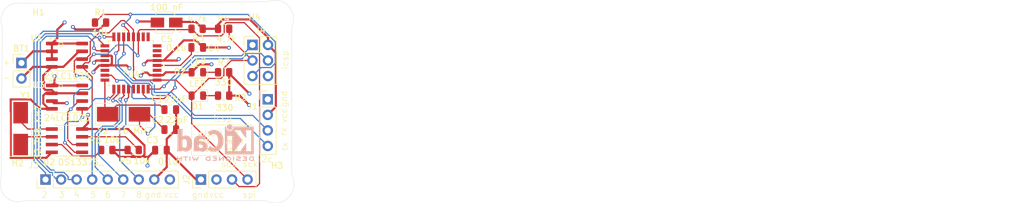
<source format=kicad_pcb>
(kicad_pcb (version 20241229) (generator "pcbnew") (generator_version "9.0")
  (title_block (title "${project_name}") (date "2025-06-19") (rev "1") (comment 1 "4 layer pcb version"))
  (layers (0 "F.Cu" signal) (4 "In1.Cu" signal) (6 "In2.Cu" signal) (2 "B.Cu" signal) (13 "F.Paste" user) (15 "B.Paste" user) (5 "F.SilkS" user "F.Silkscreen") (7 "B.SilkS" user "B.Silkscreen") (1 "F.Mask" user) (3 "B.Mask" user) (25 "Edge.Cuts" user))
  (property "project_name" "MCU DATALOGGER WITH MEMORY AND CLK")
  (net 0 "")
  (net 1 "GND")
  (net 2 "Net-(U4-PB7(PCINT7{slash}XTAL2{slash}TOSC2))")
  (net 3 "Net-(U4-PB6(PCINT6{slash}XTAL1{slash}TOSC1))")
  (net 4 "/vcc")
  (net 5 "Net-(U4-AREF)")
  (net 6 "/SCK")
  (net 7 "Net-(D1-K)")
  (net 8 "Net-(D2-K)")
  (net 9 "/TX")
  (net 10 "/RX")
  (net 11 "/SDA")
  (net 12 "/D2")
  (net 13 "/D6")
  (net 14 "/D8")
  (net 15 "/D3")
  (net 16 "/D7")
  (net 17 "/D5")
  (net 18 "/D4")
  (net 19 "/RESET")
  (net 20 "/MISO")
  (net 21 "/MOSI")
  (net 22 "Net-(U2-SQW{slash}~INT)")
  (net 23 "Net-(U2-~{INTA})")
  (net 24 "Net-(U2-X2)")
  (net 25 "Net-(U2-X1)")
  (footprint "footprints:TQFP32_32A_MCH" (layer "F.Cu") (at 94.6005 97.1805)
    (property "Reference" "U4")
    (property "Value" "ATMEGA328P-AU")
  )
  (footprint "Capacitor_SMD:C_0805_2012Metric" (layer "F.Cu") (at 105.424 94.6405)
    (property "Reference" "C4")
    (property "Value" "0.1u")
  )
  (footprint "Resistor_SMD:R_0805_2012Metric" (layer "F.Cu") (at 109.737 102.5145)
    (property "Reference" "R2")
    (property "Value" "330")
  )
  (footprint "Resistor_SMD:R_0805_2012Metric" (layer "F.Cu") (at 94.958 111.4045)
    (property "Reference" "R5")
    (property "Value" "10k")
  )
  (footprint "Connector_PinHeader_2.54mm:PinHeader_1x04_P2.54mm_Vertical" (layer "F.Cu") (at 116.9525 103.1245)
    (property "Reference" "J1")
    (property "Value" "Conn_01x04_Pin")
  )
  (footprint "Capacitor_SMD:C_0805_2012Metric" (layer "F.Cu") (at 99.4925 111.4345)
    (property "Reference" "C3")
    (property "Value" "0.1uF")
  )
  (footprint "Capacitor_SMD:C_0805_2012Metric" (layer "F.Cu") (at 101.0165 104.8005 180)
    (property "Reference" "C1")
    (property "Value" "22pF")
  )
  (footprint "MountingHole:MountingHole_2.1mm" (layer "F.Cu") (at 76.0585 116.7385)
    (property "Reference" "H2")
    (property "Value" "MountingHole" (hide yes))
  )
  (footprint "MountingHole:MountingHole_2.1mm" (layer "F.Cu") (at 76.0585 90.0685)
    (property "Reference" "H1")
    (property "Value" "MountingHole" (hide yes))
  )
  (footprint "Crystal:Crystal_SMD_5032-2Pin_5.0x3.2mm_HandSoldering" (layer "F.Cu") (at 76.5665 107.9085 90)
    (property "Reference" "Y1")
    (property "Value" "32.768 KHZ")
  )
  (footprint "Connector_PinHeader_2.54mm:PinHeader_1x02_P2.54mm_Vertical" (layer "F.Cu") (at 76.6965 97.1805)
    (property "Reference" "BT1")
    (property "Value" "Battery_Cell" (hide yes))
  )
  (footprint "Resistor_SMD:R_0805_2012Metric" (layer "F.Cu") (at 90.64 111.4045 180)
    (property "Reference" "R6")
    (property "Value" "10k")
  )
  (footprint "ds1337s:SOIC127P600X175-8N" (layer "F.Cu") (at 84.1335 109.8805)
    (property "Reference" "U2")
    (property "Value" "DS1337S_")
  )
  (footprint "LED_SMD:LED_0805_2012Metric" (layer "F.Cu") (at 105.444 102.5145 180)
    (property "Reference" "D1")
    (property "Value" "LED")
  )
  (footprint "Capacitor_SMD:C_0805_2012Metric" (layer "F.Cu") (at 101.0165 108.0645 180)
    (property "Reference" "C2")
    (property "Value" "22pF")
  )
  (footprint "Resistor_SMD:R_0805_2012Metric" (layer "F.Cu") (at 89.624 90.5765)
    (property "Reference" "R1")
    (property "Value" "10k")
  )
  (footprint "Resistor_SMD:R_0805_2012Metric" (layer "F.Cu") (at 109.737 91.5925)
    (property "Reference" "R4")
    (property "Value" "4.7k")
  )
  (footprint "Resistor_SMD:R_0805_2012Metric" (layer "F.Cu") (at 105.404 91.5925 180)
    (property "Reference" "R3")
    (property "Value" "4.7k")
  )
  (footprint "Resistor_SMD:R_0805_2012Metric" (layer "F.Cu") (at 109.737 98.7045)
    (property "Reference" "R7")
    (property "Value" "330")
  )
  (footprint "LED_SMD:LED_0805_2012Metric" (layer "F.Cu") (at 105.444 98.7045 180)
    (property "Reference" "D2")
    (property "Value" "LED")
  )
  (footprint "MountingHole:MountingHole_2.1mm" (layer "F.Cu") (at 118.4765 117.1445)
    (property "Reference" "H3")
    (property "Value" "MountingHole")
  )
  (footprint "Connector_PinHeader_2.54mm:PinHeader_1x09_P2.54mm_Vertical" (layer "F.Cu") (at 80.6305 116.2305 90)
    (property "Reference" "J3")
    (property "Value" "Conn_01x09_Pin")
  )
  (footprint "Connector_PinHeader_2.54mm:PinHeader_2x03_P2.54mm_Vertical" (layer "F.Cu") (at 114.45431 94.2345)
    (property "Reference" "J4")
    (property "Value" "Conn_02x03_Odd_Even")
  )
  (footprint "Package_SO:SOIC-8_3.9x4.9mm_P1.27mm" (layer "F.Cu") (at 84.1435 102.7685)
    (property "Reference" "U3")
    (property "Value" "24LC1025")
  )
  (footprint "Connector_PinHeader_2.54mm:PinHeader_1x04_P2.54mm_Vertical" (layer "F.Cu") (at 106.0305 116.2305 90)
    (property "Reference" "J2")
    (property "Value" "Conn_01x04_Pin")
  )
  (footprint "Crystal:Crystal_SMD_5032-2Pin_5.0x3.2mm_HandSoldering" (layer "F.Cu") (at 93.3905 105.5625)
    (property "Reference" "Y2")
    (property "Value" "16 MHZ")
  )
  (footprint "Package_SO:SOIC-8_3.9x4.9mm_P1.27mm" (layer "F.Cu") (at 84.1435 95.9105)
    (property "Reference" "U1")
    (property "Value" "24LC1025")
  )
  (footprint "MountingHole:MountingHole_2.1mm" (layer "F.Cu") (at 118.2225 89.8145)
    (property "Reference" "H4")
    (property "Value" "MountingHole")
  )
  (footprint "Capacitor_SMD:CP_Elec_3x5.3" (layer "F.Cu") (at 100.4185 90.5765 180)
    (property "Reference" "C5")
    (property "Value" "100 nF")
  )
  (footprint "Symbol:KiCad-Logo2_5mm_SilkScreen" (layer "B.Cu") (at 108.3905 110.1845 180)
    (property "Reference" "REF**" (hide yes))
    (property "Value" "KiCad-Logo2_5mm_SilkScreen" (hide yes))
  )
  (gr_circle (center 83.1405 94.1845) (end 82.8905 93.9345) (stroke (width 0.1)) (fill no) (layer "F.SilkS"))
  (gr_circle (center 92.1405 94.4345) (end 92.1405 94.6845) (stroke (width 0.1)) (fill no) (layer "F.SilkS"))
  (gr_circle (center 83.1405 100.9345) (end 83.1405 100.6845) (stroke (width 0.1)) (fill no) (layer "F.SilkS"))
  (gr_circle (center 84.1335 109.6845) (end 84.1335 109.6845) (stroke (width 0.1)) (fill no) (layer "F.SilkS"))
  (gr_circle (center 83.1405 107.9345) (end 83.1405 107.6845) (stroke (width 0.1)) (fill no) (layer "F.SilkS"))
  (gr_arc (start 120.8905 115.4345) (mid 120.351845 119.15316) (end 116.631426 119.679531) (stroke (width 0.05)) (layer "Edge.Cuts"))
  (gr_arc (start 77.1405 119.6845) (mid 74.070013 119.002248) (end 73.391826 115.93086) (stroke (width 0.05)) (layer "Edge.Cuts"))
  (gr_line (start 116.8905 87.1845) (end 76.6405 87.4345) (stroke (width 0.05)) (layer "Edge.Cuts"))
  (gr_line (start 120.8905 115.4345) (end 120.8905 91.1845) (stroke (width 0.05)) (layer "Edge.Cuts"))
  (gr_arc (start 73.559362 91.256987) (mid 73.964348 88.4304) (end 76.6405 87.4345) (stroke (width 0.05)) (layer "Edge.Cuts"))
  (gr_line (start 73.559363 91.256987) (end 73.391826 115.930864) (stroke (width 0.05)) (layer "Edge.Cuts"))
  (gr_line (start 77.1405 119.6845) (end 116.631426 119.679531) (stroke (width 0.05)) (layer "Edge.Cuts"))
  (gr_arc (start 116.8905 87.1845) (mid 120.276501 87.798499) (end 120.8905 91.1845) (stroke (width 0.05)) (layer "Edge.Cuts"))
  (gr_text "icsp" (at 120.3905 98.2845 90) (layer "F.SilkS") (effects (font (size 1 1) (thickness 0.1)) (justify left bottom)))
  (gr_text "tx" (at 120.2905 111.5845 90) (layer "F.SilkS") (effects (font (size 1 1) (thickness 0.1)) (justify left bottom)))
  (gr_text "gnd" (at 120.1905 104.4845 90) (layer "F.SilkS") (effects (font (size 1 1) (thickness 0.1)) (justify left bottom)))
  (gr_text "sda" (at 109.2905 114.2845 0) (layer "F.SilkS") (effects (font (size 1 1) (thickness 0.1)) (justify left bottom)))
  (gr_text "7" (at 92.7905 119.2845 0) (layer "F.SilkS") (effects (font (size 1 1) (thickness 0.1)) (justify left bottom)))
  (gr_text "i2c" (at 115.3905 113.4845 0) (layer "F.SilkS") (effects (font (size 1 1) (thickness 0.1)) (justify left bottom)))
  (gr_text "+" (at 73.5905 97.6845 0) (layer "F.SilkS") (effects (font (size 1 1) (thickness 0.1)) (justify left bottom)))
  (gr_text "2" (at 79.9405 119.2845 0) (layer "F.SilkS") (effects (font (size 1 1) (thickness 0.1)) (justify left bottom)))
  (gr_text "3" (at 82.6905 119.2845 0) (layer "F.SilkS") (effects (font (size 1 1) (thickness 0.1)) (justify left bottom)))
  (gr_text "rx" (at 120.0905 109.1845 90) (layer "F.SilkS") (effects (font (size 1 1) (thickness 0.1)) (justify left bottom)))
  (gr_text "sck" (at 112.7905 114.2845 0) (layer "F.SilkS") (effects (font (size 1 1) (thickness 0.1)) (justify left bottom)))
  (gr_text "spi" (at 112.7905 119.2845 0) (layer "F.SilkS") (effects (font (size 1 1) (thickness 0.1)) (justify left bottom)))
  (gr_text "-" (at 73.5905 100.1845 0) (layer "F.SilkS") (effects (font (size 1 1) (thickness 0.1)) (justify left bottom)))
  (gr_text "6" (at 90.2905 119.2845 0) (layer "F.SilkS") (effects (font (size 1 1) (thickness 0.1)) (justify left bottom)))
  (gr_text "vcc" (at 99.8905 119.2845 0) (layer "F.SilkS") (effects (font (size 1 1) (thickness 0.1)) (justify left bottom)))
  (gr_text "icsp" (at 107.9905 106.8845 0) (layer "F.SilkS") (effects (font (size 1 1) (thickness 0.1)) (justify left bottom)))
  (gr_text "8" (at 95.3905 119.2845 0) (layer "F.SilkS") (effects (font (size 1 1) (thickness 0.1)) (justify left bottom)))
  (gr_text "4" (at 85.1905 119.2845 0) (layer "F.SilkS") (effects (font (size 1 1) (thickness 0.1)) (justify left bottom)))
  (gr_text "vcc" (at 107.2905 119.2845 0) (layer "F.SilkS") (effects (font (size 1 1) (thickness 0.1)) (justify left bottom)))
  (gr_text "gnd" (at 104.4905 119.2845 0) (layer "F.SilkS") (effects (font (size 1 1) (thickness 0.1)) (justify left bottom)))
  (gr_text "5" (at 87.8905 119.2845 0) (layer "F.SilkS") (effects (font (size 1 1) (thickness 0.1)) (justify left bottom)))
  (gr_text "gnd" (at 96.7905 119.2845 0) (layer "F.SilkS") (effects (font (size 1 1) (thickness 0.1)) (justify left bottom)))
  (gr_text "vcc" (at 120.1905 107.0845 90) (layer "F.SilkS") (effects (font (size 1 1) (thickness 0.1)) (justify left bottom)))
  (gr_text_box "miso | vcc\nsck  | mosi\nreset| gnd" (start 104.5155 107.3095) (end 114.2655 112.3095) (margins 1.0025 1.0025 1.0025 1.0025) (layer "F.SilkS") (effects (font (size 0.8 0.8) (thickness 0.125) (bold yes)) (justify left top)) (border yes) (stroke (width 0.1)))
  (segment (start 74.9405 103.1325) (end 74.9405 112.6845) (width 0.35) (layer "F.Cu") (net 1))
  (segment (start 97.319499 96.780501) (end 96.7 97.4) (width 0.35) (layer "F.Cu") (net 1))
  (segment (start 80.2675 103.796244) (end 80.2675 102.4995) (width 0.35) (layer "F.Cu") (net 1))
  (segment (start 80.2675 100.470756) (end 80.3985 100.339756) (width 0.35) (layer "F.Cu") (net 1))
  (segment (start 103.219901 93.4895) (end 105.223 93.4895) (width 0.35) (layer "F.Cu") (net 1))
  (segment (start 83.554756 97.8155) (end 86.094756 95.2755) (width 0.35) (layer "F.Cu") (net 1))
  (segment (start 95.65 90.4) (end 98.742 90.4) (width 0.35) (layer "F.Cu") (net 1))
  (segment (start 80.25 100.191256) (end 80.25 99.234) (width 0.35) (layer "F.Cu") (net 1))
  (segment (start 81.648244 101.5895) (end 80.600756 101.5895) (width 0.35) (layer "F.Cu") (net 1))
  (segment (start 98.742 90.4) (end 98.9185 90.5765) (width 0.35) (layer "F.Cu") (net 1))
  (segment (start 90.3333 95.9805) (end 91.350499 95.9805) (width 0.35) (layer "F.Cu") (net 1))
  (segment (start 85.5025 91.7025) (end 89.4105 91.7025) (width 0.35) (layer "F.Cu") (net 1))
  (segment (start 98.8677 96.780501) (end 99.9289 96.780501) (width 0.35) (layer "F.Cu") (net 1))
  (segment (start 81.6685 97.8155) (end 83.554756 97.8155) (width 0.35) (layer "F.Cu") (net 1))
  (segment (start 102.169499 96.780501) (end 98.8677 96.780501) (width 0.35) (layer "F.Cu") (net 1))
  (segment (start 81.6685 97.8155) (end 78.6015 97.8155) (width 0.35) (layer "F.Cu") (net 1))
  (segment (start 116.99431 103.08269) (end 116.9525 103.1245) (width 0.35) (layer "F.Cu") (net 1))
  (segment (start 86.094756 95.2755) (end 86.6185 95.2755) (width 0.35) (layer "F.Cu") (net 1))
  (segment (start 80.600756 101.5895) (end 80.2675 101.256244) (width 0.35) (layer "F.Cu") (net 1))
  (segment (start 91.169501 97.580499) (end 90.3333 97.580499) (width 0.35) (layer "F.Cu") (net 1))
  (segment (start 78.1925 103.1325) (end 74.9405 103.1325) (width 0.35) (layer "F.Cu") (net 1))
  (segment (start 91.350499 95.9805) (end 91.4705 96.100501) (width 0.35) (layer "F.Cu") (net 1))
  (segment (start 88.452894 98.547106) (end 89.419501 97.580499) (width 0.35) (layer "F.Cu") (net 1))
  (segment (start 101.9665 108.0645) (end 101.9665 104.8005) (width 0.35) (layer "F.Cu") (net 1))
  (segment (start 105.223 93.4895) (end 106.374 94.6405) (width 0.35) (layer "F.Cu") (net 1))
  (segment (start 100.4425 114.1985) (end 100.4425 111.4345) (width 0.35) (layer "F.Cu") (net 1))
  (segment (start 74.9405 112.6845) (end 80.7595 112.6845) (width 0.35) (layer "F.Cu") (net 1))
  (segment (start 78.6015 97.8155) (end 76.6965 99.7205) (width 0.35) (layer "F.Cu") (net 1))
  (segment (start 98.8677 96.780501) (end 97.319499 96.780501) (width 0.35) (layer "F.Cu") (net 1))
  (segment (start 113.9 104.05) (end 112.3645 102.5145) (width 0.35) (layer "F.Cu") (net 1))
  (segment (start 89.419501 97.580499) (end 90.3333 97.580499) (width 0.35) (layer "F.Cu") (net 1))
  (segment (start 110.6495 98.8995) (end 110.6495 98.7045) (width 0.35) (layer "F.Cu") (net 1))
  (segment (start 79.7335 104.6735) (end 78.1925 103.1325) (width 0.35) (layer "F.Cu") (net 1))
  (segment (start 113.95 102.2) (end 110.6495 98.8995) (width 0.35) (layer "F.Cu") (net 1))
  (segment (start 89.4105 91.7025) (end 90.5365 90.5765) (width 0.35) (layer "F.Cu") (net 1))
  (segment (start 81.6685 104.6735) (end 79.7335 104.6735) (width 0.35) (layer "F.Cu") (net 1))
  (segment (start 81.6685 104.6735) (end 81.144756 104.6735) (width 0.35) (layer "F.Cu") (net 1))
  (segment (start 81.144756 104.6735) (end 80.2675 103.796244) (width 0.35) (layer "F.Cu") (net 1))
  (segment (start 85.1 91.3) (end 85.5025 91.7025) (width 0.35) (layer "F.Cu") (net 1))
  (segment (start 81.6685 102.1335) (end 82.192244 102.1335) (width 0.35) (layer "F.Cu") (net 1))
  (segment (start 82.192244 102.1335) (end 81.648244 101.5895) (width 0.35) (layer "F.Cu") (net 1))
  (segment (start 80.25 99.234) (end 81.6685 97.8155) (width 0.35) (layer "F.Cu") (net 1))
  (segment (start 91.4705 96.100501) (end 91.4705 97.2795) (width 0.35) (layer "F.Cu") (net 1))
  (segment (start 93.880499 97.580499) (end 90.3333 97.580499) (width 0.35) (layer "F.Cu") (net 1))
  (segment (start 88.452894 98.697472) (end 88.452894 98.547106) (width 0.35) (layer "F.Cu") (net 1))
  (segment (start 110.6 94.7) (end 110.5405 94.6405) (width 0.35) (layer "F.Cu") (net 1))
  (segment (start 100.4425 111.4345) (end 100.4425 109.5885) (width 0.35) (layer "F.Cu") (net 1))
  (segment (start 91.4705 97.2795) (end 91.169501 97.580499) (width 0.35) (layer "F.Cu") (net 1))
  (segment (start 100.4425 111.4345) (end 105.2385 116.2305) (width 0.35) (layer "F.Cu") (net 1))
  (segment (start 80.7595 112.6845) (end 81.6585 111.7855) (width 0.35) (layer "F.Cu") (net 1))
  (segment (start 110.5405 94.6405) (end 106.374 94.6405) (width 0.35) (layer "F.Cu") (net 1))
  (segment (start 80.2675 101.256244) (end 80.2675 100.470756) (width 0.35) (layer "F.Cu") (net 1))
  (segment (start 80.2675 102.4995) (end 80.6335 102.1335) (width 0.35) (layer "F.Cu") (net 1))
  (segment (start 110.6495 98.7045) (end 110.6495 102.5145) (width 0.35) (layer "F.Cu") (net 1))
  (segment (start 112.3645 102.5145) (end 110.6495 102.5145) (width 0.35) (layer "F.Cu") (net 1))
  (segment (start 102.4 96.55) (end 102.169499 96.780501) (width 0.35) (layer "F.Cu") (net 1))
  (segment (start 105.2385 116.2305) (end 106.0305 116.2305) (width 0.35) (layer "F.Cu") (net 1))
  (segment (start 100.4425 109.5885) (end 101.9665 108.0645) (width 0.35) (layer "F.Cu") (net 1))
  (segment (start 80.6335 102.1335) (end 81.6685 102.1335) (width 0.35) (layer "F.Cu") (net 1))
  (segment (start 98.4105 116.2305) (end 100.4425 114.1985) (width 0.35) (layer "F.Cu") (net 1))
  (segment (start 99.9289 96.780501) (end 103.219901 93.4895) (width 0.35) (layer "F.Cu") (net 1))
  (segment (start 80.3985 100.339756) (end 80.25 100.191256) (width 0.35) (layer "F.Cu") (net 1))
  (segment (start 94.35 98.05) (end 93.880499 97.580499) (width 0.35) (layer "F.Cu") (net 1))
  (segment (start 81.6685 102.1335) (end 86.6185 102.1335) (width 0.35) (layer "F.Cu") (net 1))
  (via (at 95.65 90.4) (size 0.65) (drill 0.35) (layers "F.Cu" "B.Cu") (net 1))
  (via (at 96.7 97.4) (size 0.65) (drill 0.35) (layers "F.Cu" "B.Cu") (net 1))
  (via (at 113.9 104.05) (size 0.65) (drill 0.35) (layers "F.Cu" "B.Cu") (net 1))
  (via (at 102.4 96.55) (size 0.65) (drill 0.35) (layers "F.Cu" "B.Cu") (net 1))
  (via (at 88.452894 98.697472) (size 0.65) (drill 0.35) (layers "F.Cu" "B.Cu") (net 1))
  (via (at 110.6 94.7) (size 0.65) (drill 0.35) (layers "F.Cu" "B.Cu") (net 1))
  (via (at 113.95 102.2) (size 0.65) (drill 0.35) (layers "F.Cu" "B.Cu") (net 1))
  (via (at 85.1 91.3) (size 0.65) (drill 0.35) (layers "F.Cu" "B.Cu") (net 1))
  (via (at 94.35 98.05) (size 0.65) (drill 0.35) (layers "F.Cu" "B.Cu") (net 1))
  (segment (start 99.3275 104.0615) (end 92.2915 104.0615) (width 0.2) (layer "F.Cu") (net 2))
  (segment (start 100.0665 104.8005) (end 99.3275 104.0615) (width 0.2) (layer "F.Cu") (net 2))
  (segment (start 90.7905 105.5625) (end 90.7905 105.5405) (width 0.2) (layer "F.Cu") (net 2))
  (segment (start 90.7905 105.5405) (end 90.3333 105.0833) (width 0.2) (layer "F.Cu") (net 2))
  (segment (start 92.2915 104.0615) (end 90.7905 105.5625) (width 0.2) (layer "F.Cu") (net 2))
  (segment (start 90.3333 105.0833) (end 90.3333 99.980499) (width 0.2) (layer "F.Cu") (net 2))
  (segment (start 95.9905 105.5625) (end 95.9905 107.3905) (width 0.2) (layer "F.Cu") (net 3))
  (segment (start 95.9905 107.3905) (end 97.35 108.75) (width 0.2) (layer "F.Cu") (net 3))
  (segment (start 97.5645 105.5625) (end 100.0665 108.0645) (width 0.2) (layer "F.Cu") (net 3))
  (segment (start 92.3 100.1) (end 91.380499 99.180499) (width 0.2) (layer "F.Cu") (net 3))
  (segment (start 91.380499 99.180499) (end 90.3333 99.180499) (width 0.2) (layer "F.Cu") (net 3))
  (segment (start 95.9905 105.5625) (end 97.5645 105.5625) (width 0.2) (layer "F.Cu") (net 3))
  (via (at 97.35 108.75) (size 0.6) (drill 0.3) (layers "F.Cu" "B.Cu") (net 3))
  (via (at 92.3 100.1) (size 0.6) (drill 0.3) (layers "F.Cu" "B.Cu") (net 3))
  (segment (start 97.35 108.75) (end 98.5 107.6) (width 0.2) (layer "B.Cu") (net 3))
  (segment (start 98.5 107.6) (end 98.5 103.5) (width 0.2) (layer "B.Cu") (net 3))
  (segment (start 93.5 100) (end 92.4 100) (width 0.2) (layer "B.Cu") (net 3))
  (segment (start 92.4 100) (end 92.3 100.1) (width 0.2) (layer "B.Cu") (net 3))
  (segment (start 94.75 101.25) (end 93.5 100) (width 0.2) (layer "B.Cu") (net 3))
  (segment (start 98.5 103.5) (end 98 103) (width 0.2) (layer "B.Cu") (net 3))
  (segment (start 94.75 102.75) (end 94.75 101.25) (width 0.2) (layer "B.Cu") (net 3))
  (segment (start 95 103) (end 94.75 102.75) (width 0.2) (layer "B.Cu") (net 3))
  (segment (start 98 103) (end 95 103) (width 0.2) (layer "B.Cu") (net 3))
  (segment (start 116.99431 94.2345) (end 116.99431 93.032419) (width 0.35) (layer "F.Cu") (net 4))
  (segment (start 82.1 100.432) (end 81.6685 100.8635) (width 0.35) (layer "F.Cu") (net 4))
  (segment (start 94.116936 107.9755) (end 86.6085 107.9755) (width 0.35) (layer "F.Cu") (net 4))
  (segment (start 82.1 99.35) (end 82.1 100.432) (width 0.35) (layer "F.Cu") (net 4))
  (segment (start 87.5755 107.0085) (end 86.6085 107.9755) (width 0.35) (layer "F.Cu") (net 4))
  (segment (start 87.5755 105.65) (end 87.5755 107.0085) (width 0.35) (layer "F.Cu") (net 4))
  (segment (start 98.8677 99.180501) (end 99.819499 99.180501) (width 0.35) (layer "F.Cu") (net 4))
  (segment (start 96.419936 112.5305) (end 96.809 112.141436) (width 0.35) (layer "F.Cu") (net 4))
  (segment (start 81.6685 94.0055) (end 81.6685 95.2755) (width 0.35) (layer "F.Cu") (net 4))
  (segment (start 96.7 98.75) (end 97.25 98.75) (width 0.35) (layer "F.Cu") (net 4))
  (segment (start 98.5425 111.4345) (end 97.4465 112.5305) (width 0.35) (layer "F.Cu") (net 4))
  (segment (start 84.1 103.75) (end 82.015 103.75) (width 0.35) (layer "F.Cu") (net 4))
  (segment (start 82.55 91.75) (end 82.55 93.124) (width 0.35) (layer "F.Cu") (net 4))
  (segment (start 108.8245 90.8925) (end 108.8245 91.5925) (width 0.35) (layer "F.Cu") (net 4))
  (segment (start 118.27031 95.5105) (end 116.99431 94.2345) (width 0.35) (layer "F.Cu") (net 4))
  (segment (start 97.25 98.75) (end 97.680501 99.180501) (width 0.35) (layer "F.Cu") (net 4))
  (segment (start 96.809 110.667564) (end 94.116936 107.9755) (width 0.35) (layer "F.Cu") (net 4))
  (segment (start 91.5525 111.4045) (end 94.0455 111.4045) (width 0.35) (layer "F.Cu") (net 4))
  (segment (start 78.6015 95.2755) (end 76.6965 97.1805) (width 0.35) (layer "F.Cu") (net 4))
  (segment (start 92.6785 112.5305) (end 96.419936 112.5305) (width 0.35) (layer "F.Cu") (net 4))
  (segment (start 91.5525 111.4045) (end 92.6785 112.5305) (width 0.35) (layer "F.Cu") (net 4))
  (segment (start 99.819499 99.180501) (end 100.2955 98.7045) (width 0.35) (layer "F.Cu") (net 4))
  (segment (start 81.6685 100.8635) (end 86.6185 100.8635) (width 0.35) (layer "F.Cu") (net 4))
  (segment (start 118.27031 104.34669) (end 118.27031 95.5105) (width 0.35) (layer "F.Cu") (net 4))
  (segment (start 102.0285 90.4665) (end 105.1905 90.4665) (width 0.35) (layer "F.Cu") (net 4))
  (segment (start 95.1715 112.5305) (end 94.0455 111.4045) (width 0.35) (layer "F.Cu") (net 4))
  (segment (start 106.3165 91.5925) (end 108.8245 91.5925) (width 0.35) (layer "F.Cu") (net 4))
  (segment (start 109.6515 90.0655) (end 108.8245 90.8925) (width 0.35) (layer "F.Cu") (net 4))
  (segment (start 88.55 97.15) (end 88.919499 96.780501) (width 0.35) (layer "F.Cu") (net 4))
  (segment (start 82.015 103.75) (end 81.6685 103.4035) (width 0.35) (layer "F.Cu") (net 4))
  (segment (start 105.811 97.4) (end 104.5065 98.7045) (width 0.35) (layer "F.Cu") (net 4))
  (segment (start 97.4465 112.5305) (end 95.1715 112.5305) (width 0.35) (layer "F.Cu") (net 4))
  (segment (start 101.9185 90.5765) (end 102.0285 90.4665) (width 0.35) (layer "F.Cu") (net 4))
  (segment (start 81.6685 95.2755) (end 81.6685 96.5455) (width 0.35) (layer "F.Cu") (net 4))
  (segment (start 116.99431 93.032419) (end 114.027391 90.0655) (width 0.35) (layer "F.Cu") (net 4))
  (segment (start 81.6685 94.0055) (end 86.6185 94.0055) (width 0.35) (layer "F.Cu") (net 4))
  (segment (start 97.3 112.677) (end 98.5425 111.4345) (width 0.35) (layer "F.Cu") (net 4))
  (segment (start 96.809 112.141436) (end 96.809 110.667564) (width 0.35) (layer "F.Cu") (net 4))
  (segment (start 88.919499 96.780501) (end 90.3333 96.780501) (width 0.35) (layer "F.Cu") (net 4))
  (segment (start 81.6685 95.2755) (end 78.6015 95.2755) (width 0.35) (layer "F.Cu") (net 4))
  (segment (start 82.55 93.124) (end 81.6685 94.0055) (width 0.35) (layer "F.Cu") (net 4))
  (segment (start 114.027391 90.0655) (end 109.6515 90.0655) (width 0.35) (layer "F.Cu") (net 4))
  (segment (start 96.2 99.25) (end 96.7 98.75) (width 0.35) (layer "F.Cu") (net 4))
  (segment (start 97.3 113.95) (end 97.3 112.677) (width 0.35) (layer "F.Cu") (net 4))
  (segment (start 116.9525 105.6645) (end 118.27031 104.34669) (width 0.35) (layer "F.Cu") (net 4))
  (segment (start 100.2955 98.7045) (end 104.5065 98.7045) (width 0.35) (layer "F.Cu") (net 4))
  (segment (start 105.1905 90.4665) (end 106.3165 91.5925) (width 0.35) (layer "F.Cu") (net 4))
  (segment (start 83.75 90.55) (end 82.55 91.75) (width 0.35) (layer "F.Cu") (net 4))
  (segment (start 107.75 97.4) (end 105.811 97.4) (width 0.35) (layer "F.Cu") (net 4))
  (segment (start 97.680501 99.180501) (end 98.8677 99.180501) (width 0.35) (layer "F.Cu") (net 4))
  (via (at 87.5755 105.65) (size 0.65) (drill 0.35) (layers "F.Cu" "B.Cu") (net 4))
  (via (at 82.1 99.35) (size 0.65) (drill 0.35) (layers "F.Cu" "B.Cu") (net 4))
  (via (at 83.75 90.55) (size 0.65) (drill 0.35) (layers "F.Cu" "B.Cu") (net 4))
  (via (at 97.3 113.95) (size 0.65) (drill 0.35) (layers "F.Cu" "B.Cu") (net 4))
  (via (at 96.2 99.25) (size 0.65) (drill 0.35) (layers "F.Cu" "B.Cu") (net 4))
  (via (at 107.75 97.4) (size 0.65) (drill 0.35) (layers "F.Cu" "B.Cu") (net 4))
  (via (at 84.1 103.75) (size 0.65) (drill 0.35) (layers "F.Cu" "B.Cu") (net 4))
  (via (at 88.55 97.15) (size 0.65) (drill 0.35) (layers "F.Cu" "B.Cu") (net 4))
  (segment (start 102.669501 97.580499) (end 104.474 95.776) (width 0.2) (layer "F.Cu") (net 5))
  (segment (start 104.474 95.776) (end 104.474 94.6405) (width 0.2) (layer "F.Cu") (net 5))
  (segment (start 98.8677 97.580499) (end 102.669501 97.580499) (width 0.2) (layer "F.Cu") (net 5))
  (segment (start 86.6085 110.5155) (end 85.0155 110.5155) (width 0.2) (layer "F.Cu") (net 6))
  (segment (start 109.786 99.24166) (end 109.786 97.99863) (width 0.2) (layer "F.Cu") (net 6))
  (segment (start 95.000499 92.9133) (end 95.000499 97.74449) (width 0.2) (layer "F.Cu") (net 6))
  (segment (start 84.25 105.25) (end 84.75 104.75) (width 0.2) (layer "F.Cu") (net 6))
  (segment (start 85.75 99.25) (end 85.3425 98.8425) (width 0.2) (layer "F.Cu") (net 6))
  (segment (start 93 90.25) (end 93.5 90.25) (width 0.2) (layer "F.Cu") (net 6))
  (segment (start 104.5065 107.0865) (end 113.6505 116.2305) (width 0.2) (layer "F.Cu") (net 6))
  (segment (start 98.8677 99.980499) (end 101.972499 99.980499) (width 0.2) (layer "F.Cu") (net 6))
  (segment (start 111.01013 96.7745) (end 114.45431 96.7745) (width 0.2) (layer "F.Cu") (net 6))
  (segment (start 104.5065 102.5145) (end 104.5065 107.0865) (width 0.2) (layer "F.Cu") (net 6))
  (segment (start 89.39563 92.25) (end 91 92.25) (width 0.2) (layer "F.Cu") (net 6))
  (segment (start 85.0155 110.5155) (end 84.25 109.75) (width 0.2) (layer "F.Cu") (net 6))
  (segment (start 91 92.25) (end 93 90.25) (width 0.2) (layer "F.Cu") (net 6))
  (segment (start 110.6495 92.96969) (end 110.6495 91.5925) (width 0.2) (layer "F.Cu") (net 6))
  (segment (start 86.059016 103.4035) (end 86.6185 103.4035) (width 0.2) (layer "F.Cu") (net 6))
  (segment (start 84.25 109.75) (end 84.25 105.25) (width 0.2) (layer "F.Cu") (net 6))
  (segment (start 95.000499 97.74449) (end 95.026 97.769991) (width 0.2) (layer "F.Cu") (net 6))
  (segment (start 87.9445 95.767199) (end 87.9445 93.70113) (width 0.2) (layer "F.Cu") (net 6))
  (segment (start 84.75 104.712516) (end 86.059016 103.4035) (width 0.2) (layer "F.Cu") (net 6))
  (segment (start 87.9445 93.70113) (end 89.39563 92.25) (width 0.2) (layer "F.Cu") (net 6))
  (segment (start 85.3425 96.846501) (end 85.643501 96.5455) (width 0.2) (layer "F.Cu") (net 6))
  (segment (start 95.000499 98.35551) (end 95.000499 99.500499) (width 0.2) (layer "F.Cu") (net 6))
  (segment (start 95.480499 99.980499) (end 98.8677 99.980499) (width 0.2) (layer "F.Cu") (net 6))
  (segment (start 109.786 97.99863) (end 111.01013 96.7745) (width 0.2) (layer "F.Cu") (net 6))
  (segment (start 95.026 97.769991) (end 95.026 98.330009) (width 0.2) (layer "F.Cu") (net 6))
  (segment (start 104.5065 102.5145) (end 107.3155 99.7055) (width 0.2) (layer "F.Cu") (net 6))
  (segment (start 84.75 104.75) (end 84.75 104.712516) (width 0.2) (layer "F.Cu") (net 6))
  (segment (start 86.6185 103.4035) (end 86.200822 103.4035) (width 0.2) (layer "F.Cu") (net 6))
  (segment (start 95.000499 99.500499) (end 95.480499 99.980499) (width 0.2) (layer "F.Cu") (net 6))
  (segment (start 107.3155 99.7055) (end 109.32216 99.7055) (width 0.2) (layer "F.Cu") (net 6))
  (segment (start 85.643501 96.5455) (end 86.6185 96.5455) (width 0.2) (layer "F.Cu") (net 6))
  (segment (start 101.972499 99.980499) (end 104.5065 102.5145) (width 0.2) (layer "F.Cu") (net 6))
  (segment (start 109.32216 99.7055) (end 109.786 99.24166) (width 0.2) (layer "F.Cu") (net 6))
  (segment (start 95.000499 91.750499) (end 95.000499 92.9133) (width 0.2) (layer "F.Cu") (net 6))
  (segment (start 114.45431 96.7745) (end 110.6495 92.96969) (width 0.2) (layer "F.Cu") (net 6))
  (segment (start 87.166199 96.5455) (end 87.9445 95.767199) (width 0.2) (layer "F.Cu") (net 6))
  (segment (start 86.6185 96.5455) (end 87.166199 96.5455) (width 0.2) (layer "F.Cu") (net 6))
  (segment (start 85.3425 98.8425) (end 85.3425 96.846501) (width 0.2) (layer "F.Cu") (net 6))
  (segment (start 95.026 98.330009) (end 95.000499 98.35551) (width 0.2) (layer "F.Cu") (net 6))
  (segment (start 93.5 90.25) (end 95.000499 91.750499) (width 0.2) (layer "F.Cu") (net 6))
  (via (at 84.75 104.75) (size 0.6) (drill 0.3) (layers "F.Cu" "B.Cu") (net 6))
  (via (at 85.75 99.25) (size 0.6) (drill 0.3) (layers "F.Cu" "B.Cu") (net 6))
  (segment (start 85.25 104.25) (end 85.25 102.5) (width 0.2) (layer "B.Cu") (net 6))
  (segment (start 85.25 102.5) (end 86.25 101.5) (width 0.2) (layer "B.Cu") (net 6))
  (segment (start 87.75 101.5) (end 88.25 101) (width 0.2) (layer "B.Cu") (net 6))
  (segment (start 88.25 100.25) (end 87.25 99.25) (width 0.2) (layer "B.Cu") (net 6))
  (segment (start 84.75 104.75) (end 85.25 104.25) (width 0.2) (layer "B.Cu") (net 6))
  (segment (start 86.25 101.5) (end 87.75 101.5) (width 0.2) (layer "B.Cu") (net 6))
  (segment (start 88.25 101) (end 88.25 100.25) (width 0.2) (layer "B.Cu") (net 6))
  (segment (start 87.25 99.25) (end 85.75 99.25) (width 0.2) (layer "B.Cu") (net 6))
  (segment (start 106.3815 102.5145) (end 108.8245 102.5145) (width 0.2) (layer "F.Cu") (net 7))
  (segment (start 106.3815 98.7045) (end 108.8245 98.7045) (width 0.2) (layer "F.Cu") (net 8))
  (segment (start 92.1 95.6) (end 92.600501 95.099499) (width 0.2) (layer "F.Cu") (net 9))
  (segment (start 92.600501 95.099499) (end 92.600501 92.9133) (width 0.2) (layer "F.Cu") (net 9))
  (via (at 92.1 95.6) (size 0.6) (drill 0.3) (layers "F.Cu" "B.Cu") (net 9))
  (segment (start 98.25 102.5) (end 98 102.25) (width 0.2) (layer "B.Cu") (net 9))
  (segment (start 98 102.25) (end 98 101) (width 0.2) (layer "B.Cu") (net 9))
  (segment (start 101 102.5) (end 98.25 102.5) (width 0.2) (layer "B.Cu") (net 9))
  (segment (start 112.458 106.25) (end 104.75 106.25) (width 0.2) (layer "B.Cu") (net 9))
  (segment (start 92.1 97.85) (end 92.1 95.6) (width 0.2) (layer "B.Cu") (net 9))
  (segment (start 97.5 100.5) (end 94.75 100.5) (width 0.2) (layer "B.Cu") (net 9))
  (segment (start 116.9525 110.7445) (end 112.458 106.25) (width 0.2) (layer "B.Cu") (net 9))
  (segment (start 94.75 100.5) (end 92.1 97.85) (width 0.2) (layer "B.Cu") (net 9))
  (segment (start 98 101) (end 97.5 100.5) (width 0.2) (layer "B.Cu") (net 9))
  (segment (start 104.75 106.25) (end 101 102.5) (width 0.2) (layer "B.Cu") (net 9))
  (segment (start 93.4005 95.6005) (end 93.4005 92.9133) (width 0.2) (layer "F.Cu") (net 10))
  (segment (start 93.45 95.65) (end 93.4005 95.6005) (width 0.2) (layer "F.Cu") (net 10))
  (via (at 93.45 95.65) (size 0.6) (drill 0.3) (layers "F.Cu" "B.Cu") (net 10))
  (segment (start 98.401 101.901) (end 98.401 100.8339) (width 0.2) (layer "B.Cu") (net 10))
  (segment (start 114.498 105.75) (end 105 105.75) (width 0.2) (layer "B.Cu") (net 10))
  (segment (start 93.45 95.8) (end 93.45 95.65) (width 0.2) (layer "B.Cu") (net 10))
  (segment (start 92.501 97.6839) (end 92.501 96.749) (width 0.2) (layer "B.Cu") (net 10))
  (segment (start 101.25 102) (end 98.5 102) (width 0.2) (layer "B.Cu") (net 10))
  (segment (start 97.6661 100.099) (end 94.9161 100.099) (width 0.2) (layer "B.Cu") (net 10))
  (segment (start 98.401 100.8339) (end 97.6661 100.099) (width 0.2) (layer "B.Cu") (net 10))
  (segment (start 98.5 102) (end 98.401 101.901) (width 0.2) (layer "B.Cu") (net 10))
  (segment (start 94.9161 100.099) (end 92.501 97.6839) (width 0.2) (layer "B.Cu") (net 10))
  (segment (start 105 105.75) (end 101.25 102) (width 0.2) (layer "B.Cu") (net 10))
  (segment (start 92.501 96.749) (end 93.45 95.8) (width 0.2) (layer "B.Cu") (net 10))
  (segment (start 116.9525 108.2045) (end 114.498 105.75) (width 0.2) (layer "B.Cu") (net 10))
  (segment (start 88.25 99.447) (end 88.176472 99.373472) (width 0.2) (layer "F.Cu") (net 11))
  (segment (start 86.6185 106.0185) (end 86.65 106.05) (width 0.2) (layer "F.Cu") (net 11))
  (segment (start 95.8005 92.9133) (end 95.8005 92.0021) (width 0.2) (layer "F.Cu") (net 11))
  (segment (start 105.649 92.75) (end 109.36366 92.75) (width 0.2) (layer "F.Cu") (net 11))
  (segment (start 109.36366 92.75) (end 109.836 92.27766) (width 0.2) (layer "F.Cu") (net 11))
  (segment (start 87.776894 98.977481) (end 87.776894 98.973894) (width 0.2) (layer "F.Cu") (net 11))
  (segment (start 88.176472 99.373472) (end 88.172885 99.373472) (width 0.2) (layer "F.Cu") (net 11))
  (segment (start 85.3855 111.7855) (end 86.6085 111.7855) (width 0.2) (layer "F.Cu") (net 11))
  (segment (start 113.11331 90.5915) (end 115.60531 93.0835) (width 0.2) (layer "F.Cu") (net 11))
  (segment (start 87.776894 98.973894) (end 86.6185 97.8155) (width 0.2) (layer "F.Cu") (net 11))
  (segment (start 88.25 104.016999) (end 88.25 99.447) (width 0.2) (layer "F.Cu") (net 11))
  (segment (start 95.8005 92.0021) (end 96.0751 91.7275) (width 0.2) (layer "F.Cu") (net 11))
  (segment (start 87.8945 96.384299) (end 87.8945 96.886468) (width 0.2) (layer "F.Cu") (net 11))
  (segment (start 88.3455 95.933299) (end 87.8945 96.384299) (width 0.2) (layer "F.Cu") (net 11))
  (segment (start 112.2615 117.3815) (end 111.1105 116.2305) (width 0.2) (layer "F.Cu") (net 11))
  (segment (start 86.6185 104.6735) (end 86.6185 106.0185) (width 0.2) (layer "F.Cu") (net 11))
  (segment (start 87.1035 97.1465) (end 86.6185 97.6315) (width 0.2) (layer "F.Cu") (net 11))
  (segment (start 109.836 90.90734) (end 110.15184 90.5915) (width 0.2) (layer "F.Cu") (net 11))
  (segment (start 96.0751 91.7275) (end 104.3565 91.7275) (width 0.2) (layer "F.Cu") (net 11))
  (segment (start 83.8 110.2) (end 85.3855 111.7855) (width 0.2) (layer "F.Cu") (net 11))
  (segment (start 88.3455 95.9045) (end 88.3455 95.933299) (width 0.2) (layer "F.Cu") (net 11))
  (segment (start 86.6185 104.6735) (end 87.593499 104.6735) (width 0.2) (layer "F.Cu") (net 11))
  (segment (start 104.3565 91.7275) (end 104.4915 91.5925) (width 0.2) (layer "F.Cu") (net 11))
  (segment (start 87.593499 104.6735) (end 88.25 104.016999) (width 0.2) (layer "F.Cu") (net 11))
  (segment (start 88.172885 99.373472) (end 87.776894 98.977481) (width 0.2) (layer "F.Cu") (net 11))
  (segment (start 109.836 92.27766) (end 109.836 90.90734) (width 0.2) (layer "F.Cu") (net 11))
  (segment (start 115.60531 116.89469) (end 115.1185 117.3815) (width 0.2) (layer "F.Cu") (net 11))
  (segment (start 104.4915 91.5925) (end 105.649 92.75) (width 0.2) (layer "F.Cu") (net 11))
  (segment (start 95.7 95.95) (end 95.8005 95.8495) (width 0.2) (layer "F.Cu") (net 11))
  (segment (start 88.5 95.75) (end 88.3455 95.9045) (width 0.2) (layer "F.Cu") (net 11))
  (segment (start 110.15184 90.5915) (end 113.11331 90.5915) (width 0.2) (layer "F.Cu") (net 11))
  (segment (start 115.60531 93.0835) (end 115.60531 116.89469) (width 0.2) (layer "F.Cu") (net 11))
  (segment (start 115.1185 117.3815) (end 112.2615 117.3815) (width 0.2) (layer "F.Cu") (net 11))
  (segment (start 86.6185 97.6315) (end 86.6185 97.8155) (width 0.2) (layer "F.Cu") (net 11))
  (segment (start 88.5445 95.75) (end 88.5 95.75) (width 0.2) (layer "F.Cu") (net 11))
  (segment (start 95.8005 95.8495) (end 95.8005 92.9133) (width 0.2) (layer "F.Cu") (net 11))
  (segment (start 87.8945 96.886468) (end 87.634468 97.1465) (width 0.2) (layer "F.Cu") (net 11))
  (segment (start 87.634468 97.1465) (end 87.1035 97.1465) (width 0.2) (layer "F.Cu") (net 11))
  (via (at 86.65 106.05) (size 0.6) (drill 0.3) (layers "F.Cu" "B.Cu") (net 11))
  (via (at 83.8 110.2) (size 0.6) (drill 0.3) (layers "F.Cu" "B.Cu") (net 11))
  (via (at 95.7 95.95) (size 0.6) (drill 0.3) (layers "F.Cu" "B.Cu") (net 11))
  (via (at 88.5445 95.75) (size 0.6) (drill 0.3) (layers "F.Cu" "B.Cu") (net 11))
  (segment (start 88.5445 95.75) (end 90.75 95.75) (width 0.2) (layer "B.Cu") (net 11))
  (segment (start 83.75 110.15) (end 83.8 110.2) (width 0.2) (layer "B.Cu") (net 11))
  (segment (start 85.95 106.75) (end 84.25 106.75) (width 0.2) (layer "B.Cu") (net 11))
  (segment (start 84.25 106.75) (end 83.75 107.25) (width 0.2) (layer "B.Cu") (net 11))
  (segment (start 94 94.25) (end 95.7 95.95) (width 0.2) (layer "B.Cu") (net 11))
  (segment (start 92.25 94.25) (end 94 94.25) (width 0.2) (layer "B.Cu") (net 11))
  (segment (start 90.75 95.75) (end 92.25 94.25) (width 0.2) (layer "B.Cu") (net 11))
  (segment (start 86.65 106.05) (end 85.95 106.75) (width 0.2) (layer "B.Cu") (net 11))
  (segment (start 83.75 107.25) (end 83.75 110.15) (width 0.2) (layer "B.Cu") (net 11))
  (segment (start 90.233301 92.9133) (end 90.25 92.9133) (width 0.2) (layer "F.Cu") (net 12))
  (segment (start 90.25 92.9133) (end 91.800501 92.9133) (width 0.2) (layer "F.Cu") (net 12))
  (via (at 90.25 92.9133) (size 0.6) (drill 0.3) (layers "F.Cu" "B.Cu") (net 12))
  (segment (start 80.25 92) (end 89.3367 92) (width 0.2) (layer "B.Cu") (net 12))
  (segment (start 89.3367 92) (end 90.25 92.9133) (width 0.2) (layer "B.Cu") (net 12))
  (segment (start 78.75 93.5) (end 80.25 92) (width 0.2) (layer "B.Cu") (net 12))
  (segment (start 80.6305 115.1305) (end 78.75 113.25) (width 0.2) (layer "B.Cu") (net 12))
  (segment (start 78.75 113.25) (end 78.75 93.5) (width 0.2) (layer "B.Cu") (net 12))
  (segment (start 80.6305 116.2305) (end 80.6305 115.1305) (width 0.2) (layer "B.Cu") (net 12))
  (segment (start 91.665244 103.322897) (end 91.665244 103.085754) (width 0.2) (layer "F.Cu") (net 13))
  (segment (start 91.665244 103.085754) (end 92.600499 102.150499) (width 0.2) (layer "F.Cu") (net 13))
  (segment (start 92.600499 102.150499) (end 92.600499 101.4477) (width 0.2) (layer "F.Cu") (net 13))
  (via (at 91.665244 103.322897) (size 0.6) (drill 0.3) (layers "F.Cu" "B.Cu") (net 13))
  (segment (start 92.75 106.5) (end 91.75 107.5) (width 0.2) (layer "B.Cu") (net 13))
  (segment (start 90 107.5) (end 88.75 108.75) (width 0.2) (layer "B.Cu") (net 13))
  (segment (start 92.172897 103.322897) (end 92.75 103.9) (width 0.2) (layer "B.Cu") (net 13))
  (segment (start 88.75 108.75) (end 88.75 114.19) (width 0.2) (layer "B.Cu") (net 13))
  (segment (start 92.75 103.9) (end 92.75 106.5) (width 0.2) (layer "B.Cu") (net 13))
  (segment (start 91.75 107.5) (end 90 107.5) (width 0.2) (layer "B.Cu") (net 13))
  (segment (start 88.75 114.19) (end 90.7905 116.2305) (width 0.2) (layer "B.Cu") (net 13))
  (segment (start 91.665244 103.322897) (end 92.172897 103.322897) (width 0.2) (layer "B.Cu") (net 13))
  (segment (start 94.200501 102.799499) (end 94.200501 101.4477) (width 0.2) (layer "F.Cu") (net 14))
  (segment (start 93.75 103.25) (end 94.200501 102.799499) (width 0.2) (layer "F.Cu") (net 14))
  (via (at 93.75 103.25) (size 0.6) (drill 0.3) (layers "F.Cu" "B.Cu") (net 14))
  (segment (start 92.75 113.11) (end 95.8705 116.2305) (width 0.2) (layer "B.Cu") (net 14))
  (segment (start 93.75 107.25) (end 92.75 108.25) (width 0.2) (layer "B.Cu") (net 14))
  (segment (start 92.75 108.25) (end 92.75 113.11) (width 0.2) (layer "B.Cu") (net 14))
  (segment (start 93.75 103.25) (end 93.75 107.25) (width 0.2) (layer "B.Cu") (net 14))
  (segment (start 89.349879 93.144281) (end 89.349879 93.39708) (width 0.2) (layer "F.Cu") (net 15))
  (segment (start 83.1705 116.2305) (end 83.82802 116.2305) (width 0.2) (layer "F.Cu") (net 15))
  (segment (start 89.349879 93.39708) (end 90.3333 94.380501) (width 0.2) (layer "F.Cu") (net 15))
  (segment (start 89.45929 93.03487) (end 89.349879 93.144281) (width 0.2) (layer "F.Cu") (net 15))
  (via (at 89.45929 93.03487) (size 0.6) (drill 0.3) (layers "F.Cu" "B.Cu") (net 15))
  (segment (start 81.7815 115.5315) (end 82.4805 116.2305) (width 0.2) (layer "B.Cu") (net 15))
  (segment (start 79.25 93.75) (end 79.25 113) (width 0.2) (layer "B.Cu") (net 15))
  (segment (start 82.4805 116.2305) (end 83.1705 116.2305) (width 0.2) (layer "B.Cu") (net 15))
  (segment (start 81.3295 115.0795) (end 81.7815 115.0795) (width 0.2) (layer "B.Cu") (net 15))
  (segment (start 81.7815 115.0795) (end 81.7815 115.5315) (width 0.2) (layer "B.Cu") (net 15))
  (segment (start 89.45929 93.03487) (end 88.73487 93.03487) (width 0.2) (layer "B.Cu") (net 15))
  (segment (start 79.25 113) (end 81.3295 115.0795) (width 0.2) (layer "B.Cu") (net 15))
  (segment (start 80.599 92.401) (end 79.25 93.75) (width 0.2) (layer "B.Cu") (net 15))
  (segment (start 88.101 92.401) (end 80.599 92.401) (width 0.2) (layer "B.Cu") (net 15))
  (segment (start 88.73487 93.03487) (end 88.101 92.401) (width 0.2) (layer "B.Cu") (net 15))
  (segment (start 93.4005 102.3589) (end 93.4005 101.4477) (width 0.2) (layer "F.Cu") (net 16))
  (segment (start 93.5015 102.4985) (end 93.5015 102.4599) (width 0.2) (layer "F.Cu") (net 16))
  (segment (start 93.5015 102.4599) (end 93.4005 102.3589) (width 0.2) (layer "F.Cu") (net 16))
  (segment (start 92.849265 103.150735) (end 93.5015 102.4985) (width 0.2) (layer "F.Cu") (net 16))
  (via (at 92.849265 103.150735) (size 0.6) (drill 0.3) (layers "F.Cu" "B.Cu") (net 16))
  (segment (start 92.849265 103.432165) (end 93.151 103.7339) (width 0.2) (layer "B.Cu") (net 16))
  (segment (start 89.28355 112.18355) (end 93.3305 116.2305) (width 0.2) (layer "B.Cu") (net 16))
  (segment (start 92.849265 103.150735) (end 92.849265 103.432165) (width 0.2) (layer "B.Cu") (net 16))
  (segment (start 93.151 103.7339) (end 93.151 106.6661) (width 0.2) (layer "B.Cu") (net 16))
  (segment (start 89.28355 108.78355) (end 89.28355 112.18355) (width 0.2) (layer "B.Cu") (net 16))
  (segment (start 93.151 106.6661) (end 91.90855 107.90855) (width 0.2) (layer "B.Cu") (net 16))
  (segment (start 91.90855 107.90855) (end 90.15855 107.90855) (width 0.2) (layer "B.Cu") (net 16))
  (segment (start 90.15855 107.90855) (end 89.28355 108.78355) (width 0.2) (layer "B.Cu") (net 16))
  (segment (start 90.9333 103) (end 91.101002 103) (width 0.2) (layer "F.Cu") (net 17))
  (segment (start 91.101002 103) (end 91.800501 102.300501) (width 0.2) (layer "F.Cu") (net 17))
  (segment (start 91.800501 102.300501) (end 91.800501 101.4477) (width 0.2) (layer "F.Cu") (net 17))
  (via (at 90.9333 103) (size 0.6) (drill 0.3) (layers "F.Cu" "B.Cu") (net 17))
  (segment (start 90.9333 103) (end 88.75 103) (width 0.2) (layer "B.Cu") (net 17))
  (segment (start 88.75 103) (end 88.2505 103.4995) (width 0.2) (layer "B.Cu") (net 17))
  (segment (start 88.2505 103.4995) (end 88.2505 116.2305) (width 0.2) (layer "B.Cu") (net 17))
  (segment (start 88.5445 94.75) (end 88.974999 95.180499) (width 0.2) (layer "F.Cu") (net 18))
  (segment (start 88.974999 95.180499) (end 90.3333 95.180499) (width 0.2) (layer "F.Cu") (net 18))
  (via (at 88.5445 94.75) (size 0.6) (drill 0.3) (layers "F.Cu" "B.Cu") (net 18))
  (segment (start 80.7651 92.802) (end 87.552 92.802) (width 0.2) (layer "B.Cu") (net 18))
  (segment (start 84.3215 116.2305) (end 84.3215 115.75374) (width 0.2) (layer "B.Cu") (net 18))
  (segment (start 79.78355 112.96645) (end 79.78355 93.78355) (width 0.2) (layer "B.Cu") (net 18))
  (segment (start 88.5445 93.7945) (end 88.5445 94.75) (width 0.2) (layer "B.Cu") (net 18))
  (segment (start 87.552 92.802) (end 88.5445 93.7945) (width 0.2) (layer "B.Cu") (net 18))
  (segment (start 81.4956 114.6785) (end 79.78355 112.96645) (width 0.2) (layer "B.Cu") (net 18))
  (segment (start 83.64726 115.0795) (end 82.1825 115.0795) (width 0.2) (layer "B.Cu") (net 18))
  (segment (start 82.1825 115.0795) (end 82.1825 114.9134) (width 0.2) (layer "B.Cu") (net 18))
  (segment (start 85.7105 116.2305) (end 84.3215 116.2305) (width 0.2) (layer "B.Cu") (net 18))
  (segment (start 79.78355 93.78355) (end 80.7651 92.802) (width 0.2) (layer "B.Cu") (net 18))
  (segment (start 84.3215 115.75374) (end 83.64726 115.0795) (width 0.2) (layer "B.Cu") (net 18))
  (segment (start 81.9476 114.6785) (end 81.4956 114.6785) (width 0.2) (layer "B.Cu") (net 18))
  (segment (start 82.1825 114.9134) (end 81.9476 114.6785) (width 0.2) (layer "B.Cu") (net 18))
  (segment (start 94.5 89.25) (end 90.038 89.25) (width 0.2) (layer "F.Cu") (net 19))
  (segment (start 93.3 91) (end 94.200501 91.900501) (width 0.2) (layer "F.Cu") (net 19))
  (segment (start 90.038 89.25) (end 88.7115 90.5765) (width 0.2) (layer "F.Cu") (net 19))
  (segment (start 94.200501 91.900501) (end 94.200501 92.9133) (width 0.2) (layer "F.Cu") (net 19))
  (via (at 93.3 91) (size 0.6) (drill 0.3) (layers "F.Cu" "B.Cu") (net 19))
  (via (at 94.5 89.25) (size 0.6) (drill 0.3) (layers "F.Cu" "B.Cu") (net 19))
  (segment (start 114.45431 99.3145) (end 115.84331 97.9255) (width 0.2) (layer "B.Cu") (net 19))
  (segment (start 113.708281 89.25) (end 94.5 89.25) (width 0.2) (layer "B.Cu") (net 19))
  (segment (start 118.19531 93.737029) (end 113.708281 89.25) (width 0.2) (layer "B.Cu") (net 19))
  (segment (start 117.47107 97.9255) (end 118.19531 97.20126) (width 0.2) (layer "B.Cu") (net 19))
  (segment (start 115.84331 97.9255) (end 117.47107 97.9255) (width 0.2) (layer "B.Cu") (net 19))
  (segment (start 94.5 89.8) (end 93.3 91) (width 0.2) (layer "B.Cu") (net 19))
  (segment (start 118.19531 97.20126) (end 118.19531 93.737029) (width 0.2) (layer "B.Cu") (net 19))
  (segment (start 94.5 89.25) (end 94.5 89.8) (width 0.2) (layer "B.Cu") (net 19))
  (segment (start 99.75 101) (end 99.3023 101.4477) (width 0.2) (layer "F.Cu") (net 20))
  (segment (start 100 101) (end 99.75 101) (width 0.2) (layer "F.Cu") (net 20))
  (segment (start 99.3023 101.4477) (end 97.400499 101.4477) (width 0.2) (layer "F.Cu") (net 20))
  (via (at 100 101) (size 0.6) (drill 0.3) (layers "F.Cu" "B.Cu") (net 20))
  (segment (start 114.45431 94.2345) (end 112.68881 96) (width 0.2) (layer "B.Cu") (net 20))
  (segment (start 105 96) (end 100 101) (width 0.2) (layer "B.Cu") (net 20))
  (segment (start 112.68881 96) (end 106 96) (width 0.2) (layer "B.Cu") (net 20))
  (segment (start 106 96) (end 105 96) (width 0.2) (layer "B.Cu") (net 20))
  (segment (start 101.8 101.2) (end 100 103) (width 0.2) (layer "F.Cu") (net 21))
  (segment (start 96.600499 102.350499) (end 96.600499 101.4477) (width 0.2) (layer "F.Cu") (net 21))
  (segment (start 100 103) (end 97.25 103) (width 0.2) (layer "F.Cu") (net 21))
  (segment (start 97.25 103) (end 96.600499 102.350499) (width 0.2) (layer "F.Cu") (net 21))
  (via (at 101.8 101.2) (size 0.6) (drill 0.3) (layers "F.Cu" "B.Cu") (net 21))
  (segment (start 105.25 96.5) (end 101.8 99.95) (width 0.2) (layer "B.Cu") (net 21))
  (segment (start 116.99431 96.7745) (end 115.84331 95.6235) (width 0.2) (layer "B.Cu") (net 21))
  (segment (start 112.75591 96.5) (end 105.25 96.5) (width 0.2) (layer "B.Cu") (net 21))
  (segment (start 113.63241 95.6235) (end 112.75591 96.5) (width 0.2) (layer "B.Cu") (net 21))
  (segment (start 115.84331 95.6235) (end 113.63241 95.6235) (width 0.2) (layer "B.Cu") (net 21))
  (segment (start 101.8 99.95) (end 101.8 101.2) (width 0.2) (layer "B.Cu") (net 21))
  (segment (start 93.7115 109.2455) (end 95.8705 111.4045) (width 0.2) (layer "F.Cu") (net 22))
  (segment (start 86.6085 109.2455) (end 93.7115 109.2455) (width 0.2) (layer "F.Cu") (net 22))
  (segment (start 83.2655 110.5155) (end 85.1315 112.3815) (width 0.2) (layer "F.Cu") (net 23))
  (segment (start 85.1315 112.3815) (end 88.7505 112.3815) (width 0.2) (layer "F.Cu") (net 23))
  (segment (start 88.7505 112.3815) (end 89.7275 111.4045) (width 0.2) (layer "F.Cu") (net 23))
  (segment (start 81.6585 110.5155) (end 83.2655 110.5155) (width 0.2) (layer "F.Cu") (net 23))
  (segment (start 76.5665 110.5085) (end 77.8295 109.2455) (width 0.2) (layer "F.Cu") (net 24))
  (segment (start 77.8295 109.2455) (end 81.6585 109.2455) (width 0.2) (layer "F.Cu") (net 24))
  (segment (start 77.7255 107.9755) (end 76.5665 106.8165) (width 0.2) (layer "F.Cu") (net 25))
  (segment (start 76.5665 106.8165) (end 76.5665 105.3085) (width 0.2) (layer "F.Cu") (net 25))
  (segment (start 81.6585 107.9755) (end 77.7255 107.9755) (width 0.2) (layer "F.Cu") (net 25))
)
</source>
